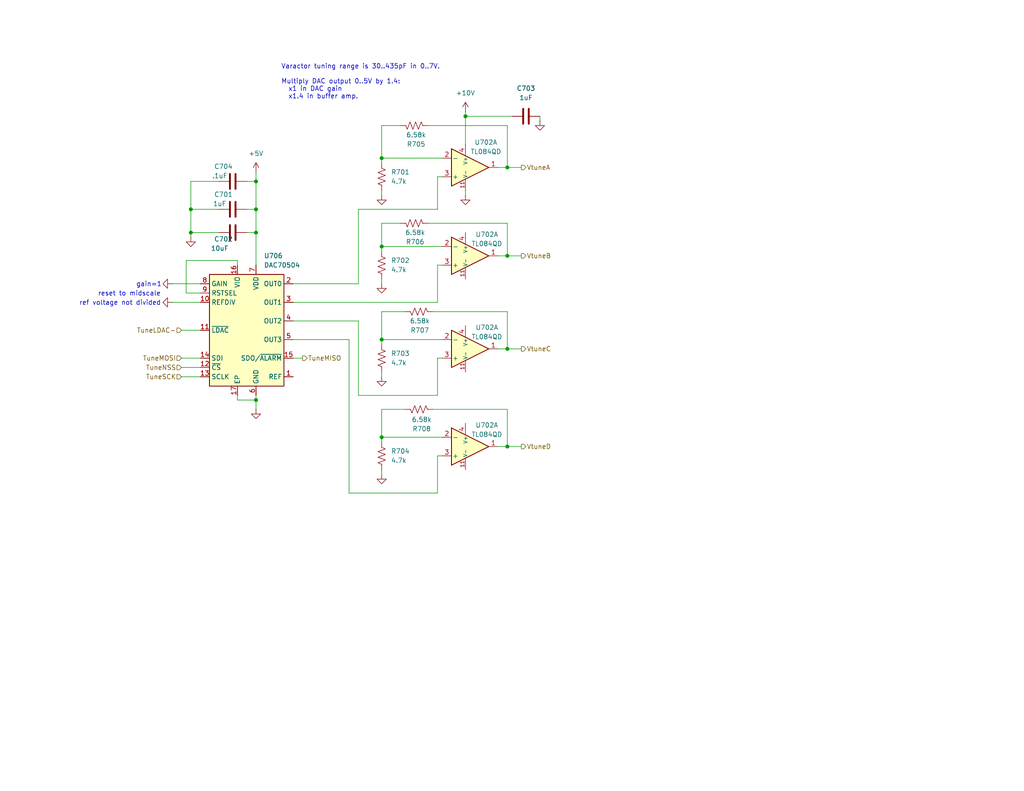
<source format=kicad_sch>
(kicad_sch (version 20250114) (generator "eeschema") (generator_version "9.0")
  (paper "A")
  (title_block (title "Tuning DAC") (date "2025-03-25") (company "SoftShack") (comment 1 "Alan Mimms") (comment 2 "WB7NAB"))
  (lib_symbols
    (symbol "Analog_DAC:DAC70504"
      (property "Reference" "U" (at -12.192 16.51 0))
      (property "Value" "DAC70504" (at 10.922 16.51 0))
      (symbol "DAC70504_0_0"
        (pin input line (at -12.7 12.7 0) (length 2.54) (name "GAIN") (number "8"))
        (pin input line (at -12.7 10.16 0) (length 2.54) (name "RSTSEL") (number "9"))
        (pin input line (at -12.7 7.62 0) (length 2.54) (name "REFDIV") (number "10"))
        (pin input line (at -12.7 0 0) (length 2.54) (name "~{LDAC}") (number "11"))
        (pin input line (at -12.7 -7.62 0) (length 2.54) (name "SDI") (number "14"))
        (pin input line (at -12.7 -10.16 0) (length 2.54) (name "~{CS}") (number "12"))
        (pin input line (at -12.7 -12.7 0) (length 2.54) (name "SCLK") (number "13"))
        (pin power_in line (at -2.54 17.78 270) (length 2.54) (name "VIO") (number "16"))
        (pin power_in line (at 2.54 17.78 270) (length 2.54) (name "VDD") (number "7"))
        (pin power_in line (at 2.54 -17.78 90) (length 2.54) (name "GND") (number "6"))
        (pin output line (at 12.7 12.7 180) (length 2.54) (name "OUT0") (number "2"))
        (pin output line (at 12.7 7.62 180) (length 2.54) (name "OUT1") (number "3"))
        (pin output line (at 12.7 2.54 180) (length 2.54) (name "OUT2") (number "4"))
        (pin output line (at 12.7 -2.54 180) (length 2.54) (name "OUT3") (number "5"))
        (pin output line (at 12.7 -7.62 180) (length 2.54) (name "SDO/~{ALARM}") (number "15"))
        (pin bidirectional line (at 12.7 -12.7 180) (length 2.54) (name "REF") (number "1"))
      )
      (symbol "DAC70504_1_0"
        (pin passive line (at -2.54 -17.78 90) (length 2.54) (name "EP") (number "17"))
      )
      (symbol "DAC70504_1_1"
        (rectangle (start -10.16 15.24) (end 10.16 -15.24) (stroke (width 0.254)) (fill (type background)))
      )
    )
    (symbol "Device:C" (pin_numbers (hide yes)) (pin_names (offset 0.254))
      (property "Reference" "C" (at 0.635 2.54 0))
      (property "Value" "C" (at 0.635 -2.54 0))
      (symbol "C_0_1"
        (polyline (pts (xy -2.032 0.762) (xy 2.032 0.762)) (stroke (width 0.508)))
        (polyline (pts (xy -2.032 -0.762) (xy 2.032 -0.762)) (stroke (width 0.508)))
      )
      (symbol "C_1_1"
        (pin passive line (at 0 3.81 270) (length 2.794) (name "~") (number "1"))
        (pin passive line (at 0 -3.81 90) (length 2.794) (name "~") (number "2"))
      )
    )
    (symbol "Device:R_US" (pin_numbers (hide yes)) (pin_names (offset 0))
      (property "Reference" "R" (at 2.54 0 90))
      (property "Value" "R_US" (at -2.54 0 90))
      (symbol "R_US_0_1"
        (polyline (pts (xy 0 2.286) (xy 0 2.54)))
        (polyline (pts (xy 0 2.286) (xy 1.016 1.905) (xy 0 1.524) (xy -1.016 1.143) (xy 0 0.762)))
        (polyline (pts (xy 0 0.762) (xy 1.016 0.381) (xy 0 0) (xy -1.016 -0.381) (xy 0 -0.762)))
        (polyline (pts (xy 0 -0.762) (xy 1.016 -1.143) (xy 0 -1.524) (xy -1.016 -1.905) (xy 0 -2.286)))
        (polyline (pts (xy 0 -2.286) (xy 0 -2.54)))
      )
      (symbol "R_US_1_1"
        (pin passive line (at 0 3.81 270) (length 1.27) (name "~") (number "1"))
        (pin passive line (at 0 -3.81 90) (length 1.27) (name "~") (number "2"))
      )
    )
    (symbol "PCM_Amplifier_Operational_AKL:TL084QD" (pin_names (offset 0.2))
      (property "Reference" "U" (at 1.27 7.62 0))
      (property "Value" "TL084QD" (at 1.27 5.08 0))
      (symbol "TL084QD_0_1"
        (polyline (pts (xy -3.81 5.08) (xy -3.81 -5.08) (xy 6.35 0) (xy -3.81 5.08)) (stroke (width 0.254)) (fill (type background)))
      )
      (symbol "TL084QD_1_1"
        (pin input line (at -6.35 2.54 0) (length 2.54) (name "-") (number "2"))
        (pin input line (at -6.35 -2.54 0) (length 2.54) (name "+") (number "3"))
        (pin power_in line (at 0 6.35 270) (length 3.18) (name "V+") (number "4"))
        (pin power_in line (at 0 -6.35 90) (length 3.18) (name "V-") (number "11"))
        (pin output line (at 8.89 0 180) (length 2.54) (name "~") (number "1"))
      )
      (symbol "TL084QD_2_1"
        (pin input line (at -6.35 2.54 0) (length 2.54) (name "-") (number "6"))
        (pin input line (at -6.35 -2.54 0) (length 2.54) (name "+") (number "5"))
        (pin output line (at 8.89 0 180) (length 2.54) (name "~") (number "7"))
      )
      (symbol "TL084QD_3_1"
        (pin input line (at -6.35 2.54 0) (length 2.54) (name "-") (number "9"))
        (pin input line (at -6.35 -2.54 0) (length 2.54) (name "+") (number "10"))
        (pin output line (at 8.89 0 180) (length 2.54) (name "~") (number "8"))
      )
      (symbol "TL084QD_4_1"
        (pin input line (at -6.35 2.54 0) (length 2.54) (name "-") (number "13"))
        (pin input line (at -6.35 -2.54 0) (length 2.54) (name "+") (number "12"))
        (pin output line (at 8.89 0 180) (length 2.54) (name "~") (number "14"))
      )
    )
    (symbol "power:+10V" (power) (pin_numbers (hide yes)) (pin_names (offset 0) (hide yes))
      (property "Value" "+10V" (at 0 3.556 0))
      (symbol "+10V_0_1"
        (polyline (pts (xy -0.762 1.27) (xy 0 2.54)))
        (polyline (pts (xy 0 2.54) (xy 0.762 1.27)))
        (polyline (pts (xy 0 0) (xy 0 2.54)))
      )
      (symbol "+10V_1_1"
        (pin power_in line (at 0 0 90) (length 0) (name "~") (number "1"))
      )
    )
    (symbol "power:+5VA" (power) (pin_numbers (hide yes)) (pin_names (offset 0) (hide yes))
      (property "Value" "+5VA" (at 0 3.556 0))
      (symbol "+5VA_0_1"
        (polyline (pts (xy -0.762 1.27) (xy 0 2.54)))
        (polyline (pts (xy 0 2.54) (xy 0.762 1.27)))
        (polyline (pts (xy 0 0) (xy 0 2.54)))
      )
      (symbol "+5VA_1_1"
        (pin power_in line (at 0 0 90) (length 0) (name "~") (number "1"))
      )
    )
    (symbol "power:GND" (power) (pin_numbers (hide yes)) (pin_names (offset 0) (hide yes))
      (property "Value" "GND" (at 0 -3.81 0))
      (symbol "GND_0_1"
        (polyline (pts (xy 0 0) (xy 0 -1.27) (xy 1.27 -1.27) (xy 0 -2.54) (xy -1.27 -1.27) (xy 0 -1.27)))
      )
      (symbol "GND_1_1"
        (pin power_in line (at 0 0 270) (length 0) (name "~") (number "1"))
      )
    )
  )
  (text "Varactor tuning range is 30..435pF in 0..7V.\n\nMultiply DAC output 0..5V by 1.4:\n  x1 in DAC gain\n  x1.4 in buffer amp." (at 76.708 22.352 0) (effects (font (size 1.27 1.27)) (justify left)))
  (text "reset to midscale" (at 35.306 80.264 0) (effects (font (size 1.27 1.27))))
  (text "ref voltage not divided" (at 32.766 82.804 0) (effects (font (size 1.27 1.27))))
  (text "gain=1" (at 40.64 77.724 0) (effects (font (size 1.27 1.27))))
  (junction (at 127 31.75))
  (junction (at 69.85 57.15))
  (junction (at 52.07 57.15))
  (junction (at 104.14 92.71))
  (junction (at 138.43 95.25))
  (junction (at 69.85 63.5))
  (junction (at 138.43 121.92))
  (junction (at 104.14 67.31))
  (junction (at 138.43 45.72))
  (junction (at 69.85 49.53))
  (junction (at 104.14 119.38))
  (junction (at 69.85 109.22))
  (junction (at 52.07 63.5))
  (junction (at 104.14 43.18))
  (junction (at 138.43 69.85))
  (wire (pts (xy 95.25 92.71) (xy 95.25 134.62)))
  (wire (pts (xy 104.14 101.6) (xy 104.14 102.87)))
  (wire (pts (xy 104.14 76.2) (xy 104.14 77.47)))
  (wire (pts (xy 97.79 57.15) (xy 97.79 77.47)))
  (wire (pts (xy 104.14 93.98) (xy 104.14 92.71)))
  (wire (pts (xy 67.31 49.53) (xy 69.85 49.53)))
  (wire (pts (xy 138.43 60.96) (xy 138.43 69.85)))
  (wire (pts (xy 64.77 71.12) (xy 50.8 71.12)))
  (wire (pts (xy 69.85 49.53) (xy 69.85 57.15)))
  (wire (pts (xy 49.53 102.87) (xy 54.61 102.87)))
  (wire (pts (xy 118.11 111.76) (xy 138.43 111.76)))
  (wire (pts (xy 104.14 67.31) (xy 104.14 68.58)))
  (wire (pts (xy 127 31.75) (xy 139.7 31.75)))
  (wire (pts (xy 69.85 63.5) (xy 69.85 72.39)))
  (wire (pts (xy 119.38 57.15) (xy 119.38 48.26)))
  (wire (pts (xy 69.85 107.95) (xy 69.85 109.22)))
  (wire (pts (xy 119.38 124.46) (xy 120.65 124.46)))
  (wire (pts (xy 69.85 109.22) (xy 69.85 111.76)))
  (wire (pts (xy 135.89 121.92) (xy 138.43 121.92)))
  (wire (pts (xy 116.84 34.29) (xy 138.43 34.29)))
  (wire (pts (xy 119.38 134.62) (xy 119.38 124.46)))
  (wire (pts (xy 135.89 95.25) (xy 138.43 95.25)))
  (wire (pts (xy 80.01 97.79) (xy 82.55 97.79)))
  (wire (pts (xy 49.53 90.17) (xy 54.61 90.17)))
  (wire (pts (xy 127 30.48) (xy 127 31.75)))
  (wire (pts (xy 104.14 120.65) (xy 104.14 119.38)))
  (wire (pts (xy 119.38 48.26) (xy 120.65 48.26)))
  (wire (pts (xy 97.79 107.95) (xy 119.38 107.95)))
  (wire (pts (xy 59.69 49.53) (xy 52.07 49.53)))
  (wire (pts (xy 80.01 87.63) (xy 97.79 87.63)))
  (wire (pts (xy 138.43 95.25) (xy 142.24 95.25)))
  (wire (pts (xy 116.84 60.96) (xy 138.43 60.96)))
  (wire (pts (xy 138.43 45.72) (xy 135.89 45.72)))
  (wire (pts (xy 138.43 121.92) (xy 142.24 121.92)))
  (wire (pts (xy 119.38 57.15) (xy 97.79 57.15)))
  (wire (pts (xy 59.69 57.15) (xy 52.07 57.15)))
  (wire (pts (xy 52.07 57.15) (xy 52.07 63.5)))
  (wire (pts (xy 127 52.07) (xy 127 53.34)))
  (wire (pts (xy 104.14 34.29) (xy 104.14 43.18)))
  (wire (pts (xy 67.31 63.5) (xy 69.85 63.5)))
  (wire (pts (xy 104.14 85.09) (xy 104.14 92.71)))
  (wire (pts (xy 64.77 107.95) (xy 64.77 109.22)))
  (wire (pts (xy 119.38 107.95) (xy 119.38 97.79)))
  (wire (pts (xy 69.85 46.99) (xy 69.85 49.53)))
  (wire (pts (xy 104.14 67.31) (xy 120.65 67.31)))
  (wire (pts (xy 110.49 85.09) (xy 104.14 85.09)))
  (wire (pts (xy 50.8 71.12) (xy 50.8 80.01)))
  (wire (pts (xy 52.07 64.77) (xy 52.07 63.5)))
  (wire (pts (xy 49.53 100.33) (xy 54.61 100.33)))
  (wire (pts (xy 104.14 128.27) (xy 104.14 129.54)))
  (wire (pts (xy 109.22 60.96) (xy 104.14 60.96)))
  (wire (pts (xy 135.89 69.85) (xy 138.43 69.85)))
  (wire (pts (xy 104.14 119.38) (xy 120.65 119.38)))
  (wire (pts (xy 138.43 111.76) (xy 138.43 121.92)))
  (wire (pts (xy 80.01 92.71) (xy 95.25 92.71)))
  (wire (pts (xy 104.14 44.45) (xy 104.14 43.18)))
  (wire (pts (xy 104.14 111.76) (xy 104.14 119.38)))
  (wire (pts (xy 80.01 77.47) (xy 97.79 77.47)))
  (wire (pts (xy 46.99 82.55) (xy 54.61 82.55)))
  (wire (pts (xy 147.32 31.75) (xy 147.32 33.02)))
  (wire (pts (xy 52.07 49.53) (xy 52.07 57.15)))
  (wire (pts (xy 104.14 52.07) (xy 104.14 53.34)))
  (wire (pts (xy 46.99 77.47) (xy 54.61 77.47)))
  (wire (pts (xy 138.43 85.09) (xy 138.43 95.25)))
  (wire (pts (xy 104.14 34.29) (xy 109.22 34.29)))
  (wire (pts (xy 118.11 85.09) (xy 138.43 85.09)))
  (wire (pts (xy 104.14 60.96) (xy 104.14 67.31)))
  (wire (pts (xy 54.61 80.01) (xy 50.8 80.01)))
  (wire (pts (xy 95.25 134.62) (xy 119.38 134.62)))
  (wire (pts (xy 80.01 82.55) (xy 119.38 82.55)))
  (wire (pts (xy 138.43 45.72) (xy 142.24 45.72)))
  (wire (pts (xy 138.43 34.29) (xy 138.43 45.72)))
  (wire (pts (xy 104.14 92.71) (xy 120.65 92.71)))
  (wire (pts (xy 119.38 97.79) (xy 120.65 97.79)))
  (wire (pts (xy 52.07 63.5) (xy 59.69 63.5)))
  (wire (pts (xy 64.77 71.12) (xy 64.77 72.39)))
  (wire (pts (xy 104.14 43.18) (xy 120.65 43.18)))
  (wire (pts (xy 138.43 69.85) (xy 142.24 69.85)))
  (wire (pts (xy 64.77 109.22) (xy 69.85 109.22)))
  (wire (pts (xy 119.38 72.39) (xy 120.65 72.39)))
  (wire (pts (xy 110.49 111.76) (xy 104.14 111.76)))
  (wire (pts (xy 97.79 87.63) (xy 97.79 107.95)))
  (wire (pts (xy 119.38 82.55) (xy 119.38 72.39)))
  (wire (pts (xy 49.53 97.79) (xy 54.61 97.79)))
  (wire (pts (xy 69.85 57.15) (xy 69.85 63.5)))
  (wire (pts (xy 67.31 57.15) (xy 69.85 57.15)))
  (wire (pts (xy 127 31.75) (xy 127 39.37)))
  (hierarchical_label "TuneLDAC-" (shape input) (at 49.53 90.17 180))
  (hierarchical_label "VtuneA" (shape output) (at 142.24 45.72 0))
  (hierarchical_label "VtuneC" (shape output) (at 142.24 95.25 0))
  (hierarchical_label "TuneMISO" (shape output) (at 82.55 97.79 0))
  (hierarchical_label "TuneNSS" (shape input) (at 49.53 100.33 180))
  (hierarchical_label "VtuneB" (shape output) (at 142.24 69.85 0))
  (hierarchical_label "VtuneD" (shape output) (at 142.24 121.92 0))
  (hierarchical_label "TuneSCK" (shape input) (at 49.53 102.87 180))
  (hierarchical_label "TuneMOSI" (shape input) (at 49.53 97.79 180))
  (symbol (lib_id "Device:C") (at 63.5 57.15 90) (unit 1)
    (property "Reference" "C701" (at 60.96 53.086 90))
    (property "Value" "1uF" (at 59.944 55.626 90))
    (property "Description" "Unpolarized capacitor" (effects (hide yes)))
    (instances (project "USB-SSB-txcvr" (path "" (reference "C701") (unit 1)) (path "" (reference "C801") (unit 1))))
  )
  (symbol (lib_id "Device:R_US") (at 113.03 60.96 90) (mirror x) (unit 1)
    (property "Reference" "R706" (at 113.284 66.04 90))
    (property "Value" "6.58k" (at 113.284 63.5 90))
    (property "Description" "Resistor, US symbol" (effects (hide yes)))
    (instances (project "USB-SSB-txcvr" (path "" (reference "R706") (unit 1)) (path "" (reference "R806") (unit 1))))
  )
  (symbol (lib_id "power:GND") (at 104.14 77.47 0) (unit 1)
    (property "Reference" "#PWR0705" (effects (hide yes)))
    (property "Value" "GND" (effects (hide yes)))
    (property "Description" "Power symbol creates a global label with name \"GND\" , ground" (effects (hide yes)))
    (instances (project "USB-SSB-txcvr" (path "" (reference "#PWR0705") (unit 1)) (path "" (reference "#PWR0805") (unit 1))))
  )
  (symbol (lib_id "Device:R_US") (at 114.3 85.09 90) (mirror x) (unit 1)
    (property "Reference" "R707" (at 114.554 90.17 90))
    (property "Value" "6.58k" (at 114.554 87.63 90))
    (property "Description" "Resistor, US symbol" (effects (hide yes)))
    (instances (project "USB-SSB-txcvr" (path "" (reference "R707") (unit 1)) (path "" (reference "R807") (unit 1))))
  )
  (symbol (lib_id "Device:R_US") (at 104.14 124.46 0) (unit 1)
    (property "Reference" "R704" (at 106.68 123.1899 0) (effects (justify left)))
    (property "Value" "4.7k" (at 106.68 125.7299 0) (effects (justify left)))
    (property "Description" "Resistor, US symbol" (effects (hide yes)))
    (instances (project "USB-SSB-txcvr" (path "" (reference "R704") (unit 1)) (path "" (reference "R804") (unit 1))))
  )
  (symbol (lib_id "power:GND") (at 46.99 82.55 270) (unit 1)
    (property "Reference" "#PWR0711" (effects (hide yes)))
    (property "Value" "GND" (effects (hide yes)))
    (property "Description" "Power symbol creates a global label with name \"GND\" , ground" (effects (hide yes)))
    (instances (project "USB-SSB-txcvr" (path "" (reference "#PWR0711") (unit 1)) (path "" (reference "#PWR0712") (unit 1))))
  )
  (symbol (lib_id "Device:R_US") (at 104.14 97.79 0) (unit 1)
    (property "Reference" "R703" (at 106.68 96.5199 0) (effects (justify left)))
    (property "Value" "4.7k" (at 106.68 99.0599 0) (effects (justify left)))
    (property "Description" "Resistor, US symbol" (effects (hide yes)))
    (instances (project "USB-SSB-txcvr" (path "" (reference "R703") (unit 1)) (path "" (reference "R803") (unit 1))))
  )
  (symbol (lib_id "PCM_Amplifier_Operational_AKL:TL084QD") (at 127 121.92 0) (unit 1)
    (property "Reference" "U702" (at 132.842 116.078 0))
    (property "Value" "TL084QD" (at 132.842 118.618 0))
    (property "Footprint" "PCM_Package_SO_AKL:SOIC-14_3.9x8.7mm_P1.27mm" (effects (hide yes)))
    (property "Datasheet" "https://www.ti.com/lit/ds/symlink/tl081h.pdf?ts=1635082419092&ref_url=https%253A%252F%252Fwww.google.com%252F" (effects (hide yes)))
    (property "Description" "SO-14 Quad JFET Operational Amplifier, 9mV Offset, 3MHz GBW, Alternate KiCAD Library" (effects (hide yes)))
    (instances (project "USB-SSB-txcvr" (path "" (reference "U702") (unit 1)) (path "" (reference "U802") (unit 4))))
  )
  (symbol (lib_id "PCM_Amplifier_Operational_AKL:TL084QD") (at 127 95.25 0) (unit 1)
    (property "Reference" "U702" (at 132.842 89.408 0))
    (property "Value" "TL084QD" (at 132.842 91.948 0))
    (property "Footprint" "PCM_Package_SO_AKL:SOIC-14_3.9x8.7mm_P1.27mm" (effects (hide yes)))
    (property "Datasheet" "https://www.ti.com/lit/ds/symlink/tl081h.pdf?ts=1635082419092&ref_url=https%253A%252F%252Fwww.google.com%252F" (effects (hide yes)))
    (property "Description" "SO-14 Quad JFET Operational Amplifier, 9mV Offset, 3MHz GBW, Alternate KiCAD Library" (effects (hide yes)))
    (instances (project "USB-SSB-txcvr" (path "" (reference "U702") (unit 1)) (path "" (reference "U802") (unit 3))))
  )
  (symbol (lib_id "PCM_Amplifier_Operational_AKL:TL084QD") (at 127 69.85 0) (unit 1)
    (property "Reference" "U702" (at 132.842 64.008 0))
    (property "Value" "TL084QD" (at 132.842 66.548 0))
    (property "Footprint" "PCM_Package_SO_AKL:SOIC-14_3.9x8.7mm_P1.27mm" (effects (hide yes)))
    (property "Datasheet" "https://www.ti.com/lit/ds/symlink/tl081h.pdf?ts=1635082419092&ref_url=https%253A%252F%252Fwww.google.com%252F" (effects (hide yes)))
    (property "Description" "SO-14 Quad JFET Operational Amplifier, 9mV Offset, 3MHz GBW, Alternate KiCAD Library" (effects (hide yes)))
    (instances (project "USB-SSB-txcvr" (path "" (reference "U702") (unit 1)) (path "" (reference "U802") (unit 2))))
  )
  (symbol (lib_id "PCM_Amplifier_Operational_AKL:TL084QD") (at 127 45.72 0) (unit 1)
    (property "Reference" "U702" (at 132.588 38.862 0))
    (property "Value" "TL084QD" (at 132.588 41.402 0))
    (property "Footprint" "PCM_Package_SO_AKL:SOIC-14_3.9x8.7mm_P1.27mm" (effects (hide yes)))
    (property "Datasheet" "https://www.ti.com/lit/ds/symlink/tl081h.pdf?ts=1635082419092&ref_url=https%253A%252F%252Fwww.google.com%252F" (effects (hide yes)))
    (property "Description" "SO-14 Quad JFET Operational Amplifier, 9mV Offset, 3MHz GBW, Alternate KiCAD Library" (effects (hide yes)))
    (instances (project "USB-SSB-txcvr" (path "" (reference "U702") (unit 1)) (path "" (reference "U802") (unit 1))))
  )
  (symbol (lib_id "power:GND") (at 147.32 33.02 0) (unit 1)
    (property "Reference" "#PWR0710" (effects (hide yes)))
    (property "Value" "GND" (effects (hide yes)))
    (property "Description" "Power symbol creates a global label with name \"GND\" , ground" (effects (hide yes)))
    (instances (project "USB-SSB-txcvr" (path "" (reference "#PWR0710") (unit 1)) (path "" (reference "#PWR0810") (unit 1))))
  )
  (symbol (lib_id "power:GND") (at 104.14 53.34 0) (unit 1)
    (property "Reference" "#PWR0704" (effects (hide yes)))
    (property "Value" "GND" (effects (hide yes)))
    (property "Description" "Power symbol creates a global label with name \"GND\" , ground" (effects (hide yes)))
    (instances (project "USB-SSB-txcvr" (path "" (reference "#PWR0704") (unit 1)) (path "" (reference "#PWR0804") (unit 1))))
  )
  (symbol (lib_id "Device:R_US") (at 114.3 111.76 90) (mirror x) (unit 1)
    (property "Reference" "R708" (at 115.062 117.094 90))
    (property "Value" "6.58k" (at 115.062 114.554 90))
    (property "Description" "Resistor, US symbol" (effects (hide yes)))
    (instances (project "USB-SSB-txcvr" (path "" (reference "R708") (unit 1)) (path "" (reference "R808") (unit 1))))
  )
  (symbol (lib_id "power:GND") (at 104.14 129.54 0) (unit 1)
    (property "Reference" "#PWR0707" (effects (hide yes)))
    (property "Value" "GND" (effects (hide yes)))
    (property "Description" "Power symbol creates a global label with name \"GND\" , ground" (effects (hide yes)))
    (instances (project "USB-SSB-txcvr" (path "" (reference "#PWR0707") (unit 1)) (path "" (reference "#PWR0807") (unit 1))))
  )
  (symbol (lib_id "Device:R_US") (at 104.14 48.26 0) (unit 1)
    (property "Reference" "R701" (at 106.68 46.9899 0) (effects (justify left)))
    (property "Value" "4.7k" (at 106.68 49.5299 0) (effects (justify left)))
    (property "Description" "Resistor, US symbol" (effects (hide yes)))
    (instances (project "USB-SSB-txcvr" (path "" (reference "R701") (unit 1)) (path "" (reference "R801") (unit 1))))
  )
  (symbol (lib_id "power:+10V") (at 127 30.48 0) (unit 1)
    (property "Reference" "#PWR0708" (effects (hide yes)))
    (property "Value" "+10V" (at 127 25.4 0))
    (property "Description" "Power symbol creates a global label with name \"+10V\"" (effects (hide yes)))
    (instances (project "USB-SSB-txcvr" (path "" (reference "#PWR0708") (unit 1)) (path "" (reference "#PWR0808") (unit 1))))
  )
  (symbol (lib_id "power:GND") (at 69.85 111.76 0) (unit 1)
    (property "Reference" "#PWR0703" (effects (hide yes)))
    (property "Value" "GND" (effects (hide yes)))
    (property "Description" "Power symbol creates a global label with name \"GND\" , ground" (effects (hide yes)))
    (instances (project "USB-SSB-txcvr" (path "" (reference "#PWR0703") (unit 1)) (path "" (reference "#PWR0803") (unit 1))))
  )
  (symbol (lib_id "power:GND") (at 127 53.34 0) (unit 1)
    (property "Reference" "#PWR0709" (effects (hide yes)))
    (property "Value" "GND" (effects (hide yes)))
    (property "Description" "Power symbol creates a global label with name \"GND\" , ground" (effects (hide yes)))
    (instances (project "USB-SSB-txcvr" (path "" (reference "#PWR0709") (unit 1)) (path "" (reference "#PWR0809") (unit 1))))
  )
  (symbol (lib_id "Device:R_US") (at 113.03 34.29 90) (mirror x) (unit 1)
    (property "Reference" "R705" (at 113.538 39.37 90))
    (property "Value" "6.58k" (at 113.538 36.83 90))
    (property "Description" "Resistor, US symbol" (effects (hide yes)))
    (instances (project "USB-SSB-txcvr" (path "" (reference "R705") (unit 1)) (path "" (reference "R805") (unit 1))))
  )
  (symbol (lib_id "Device:R_US") (at 104.14 72.39 0) (unit 1)
    (property "Reference" "R702" (at 106.68 71.1199 0) (effects (justify left)))
    (property "Value" "4.7k" (at 106.68 73.6599 0) (effects (justify left)))
    (property "Description" "Resistor, US symbol" (effects (hide yes)))
    (instances (project "USB-SSB-txcvr" (path "" (reference "R702") (unit 1)) (path "" (reference "R802") (unit 1))))
  )
  (symbol (lib_id "power:GND") (at 104.14 102.87 0) (unit 1)
    (property "Reference" "#PWR0706" (effects (hide yes)))
    (property "Value" "GND" (effects (hide yes)))
    (property "Description" "Power symbol creates a global label with name \"GND\" , ground" (effects (hide yes)))
    (instances (project "USB-SSB-txcvr" (path "" (reference "#PWR0706") (unit 1)) (path "" (reference "#PWR0806") (unit 1))))
  )
  (symbol (lib_id "Device:C") (at 63.5 49.53 90) (unit 1)
    (property "Reference" "C704" (at 60.96 45.466 90))
    (property "Value" ".1uF" (at 59.944 48.006 90))
    (property "Description" "Unpolarized capacitor" (effects (hide yes)))
    (instances (project "USB-SSB-txcvr" (path "" (reference "C704") (unit 1)) (path "" (reference "C705") (unit 1))))
  )
  (symbol (lib_id "Analog_DAC:DAC70504") (at 67.31 90.17 0) (unit 1)
    (property "Reference" "U706" (at 71.9933 69.85 0) (effects (justify left)))
    (property "Value" "DAC70504" (at 71.9933 72.39 0) (effects (justify left)))
    (property "Footprint" "Package_DFN_QFN:Texas_RTE0016D_WQFN-16-1EP_3x3mm_P0.5mm_EP0.8x0.8mm_ThermalVias" (effects (hide yes)))
    (property "Datasheet" "https://www.ti.com/lit/gpn/dac70504" (effects (hide yes)))
    (property "Description" "14-bit quad-channel voltage output DAC, 2.5V 2ppm/°C internal reference, WQFN-16" (effects (hide yes)))
    (instances (project "" (path "" (reference "U706") (unit 1)) (path "" (reference "U803") (unit 1))))
  )
  (symbol (lib_id "Device:C") (at 63.5 63.5 90) (mirror x) (unit 1)
    (property "Reference" "C702" (at 60.96 65.278 90))
    (property "Value" "10uF" (at 59.944 67.818 90))
    (property "Description" "Unpolarized capacitor" (effects (hide yes)))
    (instances (project "USB-SSB-txcvr" (path "" (reference "C702") (unit 1)) (path "" (reference "C802") (unit 1))))
  )
  (symbol (lib_id "power:GND") (at 52.07 64.77 0) (unit 1)
    (property "Reference" "#PWR0701" (effects (hide yes)))
    (property "Value" "GND" (effects (hide yes)))
    (property "Description" "Power symbol creates a global label with name \"GND\" , ground" (effects (hide yes)))
    (instances (project "USB-SSB-txcvr" (path "" (reference "#PWR0701") (unit 1)) (path "" (reference "#PWR0801") (unit 1))))
  )
  (symbol (lib_id "Device:C") (at 143.51 31.75 90) (unit 1)
    (property "Reference" "C703" (at 143.51 24.13 90))
    (property "Value" "1uF" (at 143.51 26.67 90))
    (property "Description" "Unpolarized capacitor" (effects (hide yes)))
    (instances (project "USB-SSB-txcvr" (path "" (reference "C703") (unit 1)) (path "" (reference "C803") (unit 1))))
  )
  (symbol (lib_id "power:+5VA") (at 69.85 46.99 0) (unit 1)
    (property "Reference" "#PWR0702" (effects (hide yes)))
    (property "Value" "+5V" (at 69.85 41.91 0))
    (property "Description" "Power symbol creates a global label with name \"+5VA\"" (effects (hide yes)))
    (instances (project "USB-SSB-txcvr" (path "" (reference "#PWR0702") (unit 1)) (path "" (reference "#PWR0802") (unit 1))))
  )
  (symbol (lib_id "power:GND") (at 46.99 77.47 270) (unit 1)
    (property "Reference" "#PWR0713" (effects (hide yes)))
    (property "Value" "GND" (effects (hide yes)))
    (property "Description" "Power symbol creates a global label with name \"GND\" , ground" (effects (hide yes)))
    (instances (project "USB-SSB-txcvr" (path "" (reference "#PWR0713") (unit 1)) (path "" (reference "#PWR0714") (unit 1))))
  )
)
</source>
